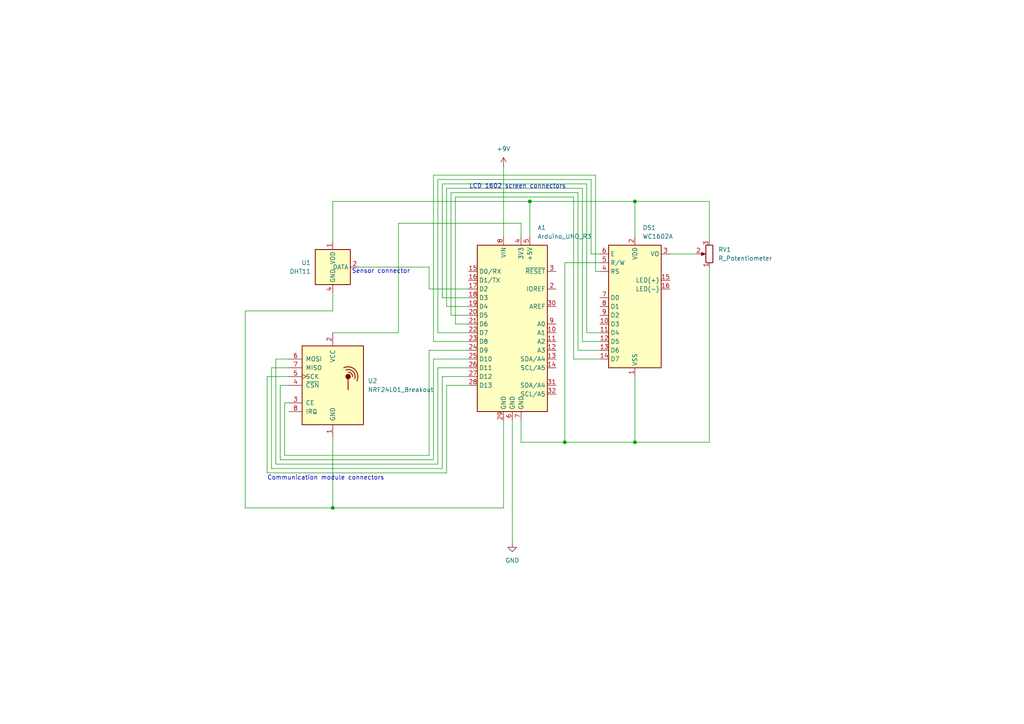
<source format=kicad_sch>
(kicad_sch (version 20231120) (generator "eeschema") (generator_version "8.0")
  (paper "A4")
  (lib_symbols
    (symbol "Device:R_Potentiometer" (pin_names (offset 1.016) hide)
      (property "Reference" "RV" (at -4.445 0 90))
      (property "Value" "R_Potentiometer" (at -2.54 0 90))
      (symbol "R_Potentiometer_0_1"
        (polyline (pts (xy 2.54 0) (xy 1.524 0)))
        (polyline (pts (xy 1.143 0) (xy 2.286 0.508) (xy 2.286 -0.508) (xy 1.143 0)) (fill (type outline)))
        (rectangle (start 1.016 2.54) (end -1.016 -2.54) (stroke (width 0.254)))
      )
      (symbol "R_Potentiometer_1_1"
        (pin passive line (at 0 3.81 270) (length 1.27) (name "1") (number "1"))
        (pin passive line (at 3.81 0 180) (length 1.27) (name "2") (number "2"))
        (pin passive line (at 0 -3.81 90) (length 1.27) (name "3") (number "3"))
      )
    )
    (symbol "Display_Character:WC1602A"
      (property "Reference" "DS" (at -5.842 19.05 0))
      (property "Value" "WC1602A" (at 5.334 19.05 0))
      (symbol "WC1602A_1_1"
        (rectangle (start -7.62 17.78) (end 7.62 -17.78) (stroke (width 0.254)) (fill (type background)))
        (pin power_in line (at 0 -20.32 90) (length 2.54) (name "VSS") (number "1"))
        (pin input line (at -10.16 -5.08 0) (length 2.54) (name "D3") (number "10"))
        (pin input line (at -10.16 -7.62 0) (length 2.54) (name "D4") (number "11"))
        (pin input line (at -10.16 -10.16 0) (length 2.54) (name "D5") (number "12"))
        (pin input line (at -10.16 -12.7 0) (length 2.54) (name "D6") (number "13"))
        (pin input line (at -10.16 -15.24 0) (length 2.54) (name "D7") (number "14"))
        (pin power_in line (at 10.16 7.62 180) (length 2.54) (name "LED(+)") (number "15"))
        (pin power_in line (at 10.16 5.08 180) (length 2.54) (name "LED(-)") (number "16"))
        (pin power_in line (at 0 20.32 270) (length 2.54) (name "VDD") (number "2"))
        (pin input line (at 10.16 15.24 180) (length 2.54) (name "VO") (number "3"))
        (pin input line (at -10.16 10.16 0) (length 2.54) (name "RS") (number "4"))
        (pin input line (at -10.16 12.7 0) (length 2.54) (name "R/W") (number "5"))
        (pin input line (at -10.16 15.24 0) (length 2.54) (name "E") (number "6"))
        (pin input line (at -10.16 2.54 0) (length 2.54) (name "D0") (number "7"))
        (pin input line (at -10.16 0 0) (length 2.54) (name "D1") (number "8"))
        (pin input line (at -10.16 -2.54 0) (length 2.54) (name "D2") (number "9"))
      )
    )
    (symbol "MCU_Module:Arduino_UNO_R3"
      (property "Reference" "A" (at -10.16 23.495 0))
      (property "Value" "Arduino_UNO_R3" (at 5.08 -26.67 0))
      (symbol "Arduino_UNO_R3_0_1"
        (rectangle (start -10.16 22.86) (end 10.16 -25.4) (stroke (width 0.254)) (fill (type background)))
      )
      (symbol "Arduino_UNO_R3_1_1"
        (pin no_connect line (at -10.16 -20.32 0) (length 2.54) hide (name "NC") (number "1"))
        (pin bidirectional line (at 12.7 -2.54 180) (length 2.54) (name "A1") (number "10"))
        (pin bidirectional line (at 12.7 -5.08 180) (length 2.54) (name "A2") (number "11"))
        (pin bidirectional line (at 12.7 -7.62 180) (length 2.54) (name "A3") (number "12"))
        (pin bidirectional line (at 12.7 -10.16 180) (length 2.54) (name "SDA/A4") (number "13"))
        (pin bidirectional line (at 12.7 -12.7 180) (length 2.54) (name "SCL/A5") (number "14"))
        (pin bidirectional line (at -12.7 15.24 0) (length 2.54) (name "D0/RX") (number "15"))
        (pin bidirectional line (at -12.7 12.7 0) (length 2.54) (name "D1/TX") (number "16"))
        (pin bidirectional line (at -12.7 10.16 0) (length 2.54) (name "D2") (number "17"))
        (pin bidirectional line (at -12.7 7.62 0) (length 2.54) (name "D3") (number "18"))
        (pin bidirectional line (at -12.7 5.08 0) (length 2.54) (name "D4") (number "19"))
        (pin output line (at 12.7 10.16 180) (length 2.54) (name "IOREF") (number "2"))
        (pin bidirectional line (at -12.7 2.54 0) (length 2.54) (name "D5") (number "20"))
        (pin bidirectional line (at -12.7 0 0) (length 2.54) (name "D6") (number "21"))
        (pin bidirectional line (at -12.7 -2.54 0) (length 2.54) (name "D7") (number "22"))
        (pin bidirectional line (at -12.7 -5.08 0) (length 2.54) (name "D8") (number "23"))
        (pin bidirectional line (at -12.7 -7.62 0) (length 2.54) (name "D9") (number "24"))
        (pin bidirectional line (at -12.7 -10.16 0) (length 2.54) (name "D10") (number "25"))
        (pin bidirectional line (at -12.7 -12.7 0) (length 2.54) (name "D11") (number "26"))
        (pin bidirectional line (at -12.7 -15.24 0) (length 2.54) (name "D12") (number "27"))
        (pin bidirectional line (at -12.7 -17.78 0) (length 2.54) (name "D13") (number "28"))
        (pin power_in line (at -2.54 -27.94 90) (length 2.54) (name "GND") (number "29"))
        (pin input line (at 12.7 15.24 180) (length 2.54) (name "~{RESET}") (number "3"))
        (pin input line (at 12.7 5.08 180) (length 2.54) (name "AREF") (number "30"))
        (pin bidirectional line (at 12.7 -17.78 180) (length 2.54) (name "SDA/A4") (number "31"))
        (pin bidirectional line (at 12.7 -20.32 180) (length 2.54) (name "SCL/A5") (number "32"))
        (pin power_out line (at 2.54 25.4 270) (length 2.54) (name "3V3") (number "4"))
        (pin power_out line (at 5.08 25.4 270) (length 2.54) (name "+5V") (number "5"))
        (pin power_in line (at 0 -27.94 90) (length 2.54) (name "GND") (number "6"))
        (pin power_in line (at 2.54 -27.94 90) (length 2.54) (name "GND") (number "7"))
        (pin power_in line (at -2.54 25.4 270) (length 2.54) (name "VIN") (number "8"))
        (pin bidirectional line (at 12.7 0 180) (length 2.54) (name "A0") (number "9"))
      )
    )
    (symbol "RF:NRF24L01_Breakout" (pin_names (offset 1.016))
      (property "Reference" "U" (at -8.89 12.7 0))
      (property "Value" "NRF24L01_Breakout" (at 3.81 12.7 0))
      (symbol "NRF24L01_Breakout_0_1"
        (rectangle (start -8.89 11.43) (end 8.89 -11.43) (stroke (width 0.254)) (fill (type background)))
        (polyline (pts (xy 4.445 1.905) (xy 4.445 -1.27)) (stroke (width 0.254)))
        (circle (center 4.445 2.54) (radius 0.635) (stroke (width 0.254)) (fill (type outline)))
        (arc (start 5.715 2.54) (mid 5.3521 3.4546) (end 4.445 3.81) (stroke (width 0.254)))
        (arc (start 6.35 1.905) (mid 5.8763 3.9854) (end 3.81 4.445) (stroke (width 0.254)))
        (arc (start 6.985 1.27) (mid 6.453 4.548) (end 3.175 5.08) (stroke (width 0.254)))
      )
      (symbol "NRF24L01_Breakout_1_1"
        (pin power_in line (at 0 -15.24 90) (length 3.81) (name "GND") (number "1"))
        (pin power_in line (at 0 15.24 270) (length 3.81) (name "VCC") (number "2"))
        (pin input line (at -12.7 -5.08 0) (length 3.81) (name "CE") (number "3"))
        (pin input line (at -12.7 0 0) (length 3.81) (name "~{CSN}") (number "4"))
        (pin input clock (at -12.7 2.54 0) (length 3.81) (name "SCK") (number "5"))
        (pin input line (at -12.7 7.62 0) (length 3.81) (name "MOSI") (number "6"))
        (pin output line (at -12.7 5.08 0) (length 3.81) (name "MISO") (number "7"))
        (pin output line (at -12.7 -7.62 0) (length 3.81) (name "IRQ") (number "8"))
      )
    )
    (symbol "Sensor:DHT11"
      (property "Reference" "U" (at -3.81 6.35 0))
      (property "Value" "DHT11" (at 3.81 6.35 0))
      (symbol "DHT11_0_1"
        (rectangle (start -5.08 5.08) (end 5.08 -5.08) (stroke (width 0.254)) (fill (type background)))
      )
      (symbol "DHT11_1_1"
        (pin power_in line (at 0 7.62 270) (length 2.54) (name "VDD") (number "1"))
        (pin bidirectional line (at 7.62 0 180) (length 2.54) (name "DATA") (number "2"))
        (pin no_connect line (at -5.08 0 0) (length 2.54) hide (name "NC") (number "3"))
        (pin power_in line (at 0 -7.62 90) (length 2.54) (name "GND") (number "4"))
      )
    )
    (symbol "power:+9V" (power) (pin_numbers hide) (pin_names (offset 0) hide)
      (property "Value" "+9V" (at 0 3.556 0))
      (symbol "+9V_0_1"
        (polyline (pts (xy -0.762 1.27) (xy 0 2.54)))
        (polyline (pts (xy 0 0) (xy 0 2.54)))
        (polyline (pts (xy 0 2.54) (xy 0.762 1.27)))
      )
      (symbol "+9V_1_1"
        (pin power_in line (at 0 0 90) (length 0) (name "~") (number "1"))
      )
    )
    (symbol "power:GND" (power) (pin_numbers hide) (pin_names (offset 0) hide)
      (property "Value" "GND" (at 0 -3.81 0))
      (symbol "GND_0_1"
        (polyline (pts (xy 0 0) (xy 0 -1.27) (xy 1.27 -1.27) (xy 0 -2.54) (xy -1.27 -1.27) (xy 0 -1.27)))
      )
      (symbol "GND_1_1"
        (pin power_in line (at 0 0 270) (length 0) (name "~") (number "1"))
      )
    )
  )
  (junction (at 163.83 128.27))
  (junction (at 184.15 128.27))
  (junction (at 184.15 58.42))
  (junction (at 96.52 147.32))
  (junction (at 153.67 58.42))
  (wire (pts (xy 96.52 96.52) (xy 115.57 96.52)))
  (wire (pts (xy 148.59 121.92) (xy 148.59 157.48)))
  (wire (pts (xy 96.52 85.09) (xy 96.52 90.17)))
  (wire (pts (xy 125.73 104.14) (xy 135.89 104.14)))
  (wire (pts (xy 83.82 109.22) (xy 77.47 109.22)))
  (wire (pts (xy 173.99 73.66) (xy 171.45 73.66)))
  (wire (pts (xy 125.73 99.06) (xy 135.89 99.06)))
  (wire (pts (xy 170.18 53.34) (xy 128.27 53.34)))
  (wire (pts (xy 168.91 54.61) (xy 129.54 54.61)))
  (wire (pts (xy 82.55 132.08) (xy 124.46 132.08)))
  (wire (pts (xy 83.82 116.84) (xy 82.55 116.84)))
  (wire (pts (xy 151.13 64.77) (xy 151.13 68.58)))
  (wire (pts (xy 125.73 50.8) (xy 125.73 99.06)))
  (wire (pts (xy 129.54 137.16) (xy 129.54 111.76)))
  (wire (pts (xy 146.05 48.26) (xy 146.05 68.58)))
  (wire (pts (xy 115.57 96.52) (xy 115.57 64.77)))
  (wire (pts (xy 173.99 104.14) (xy 166.37 104.14)))
  (wire (pts (xy 83.82 106.68) (xy 78.74 106.68)))
  (wire (pts (xy 81.28 133.35) (xy 125.73 133.35)))
  (wire (pts (xy 78.74 106.68) (xy 78.74 135.89)))
  (wire (pts (xy 205.74 69.85) (xy 205.74 58.42)))
  (wire (pts (xy 130.81 55.88) (xy 130.81 91.44)))
  (wire (pts (xy 96.52 147.32) (xy 146.05 147.32)))
  (wire (pts (xy 166.37 104.14) (xy 166.37 57.15)))
  (wire (pts (xy 163.83 76.2) (xy 163.83 128.27)))
  (wire (pts (xy 128.27 86.36) (xy 135.89 86.36)))
  (wire (pts (xy 124.46 101.6) (xy 135.89 101.6)))
  (wire (pts (xy 129.54 88.9) (xy 135.89 88.9)))
  (wire (pts (xy 96.52 58.42) (xy 153.67 58.42)))
  (wire (pts (xy 127 134.62) (xy 127 106.68)))
  (wire (pts (xy 167.64 55.88) (xy 130.81 55.88)))
  (wire (pts (xy 124.46 77.47) (xy 124.46 83.82)))
  (wire (pts (xy 173.99 78.74) (xy 172.72 78.74)))
  (wire (pts (xy 71.12 90.17) (xy 71.12 147.32)))
  (wire (pts (xy 184.15 128.27) (xy 205.74 128.27)))
  (wire (pts (xy 170.18 96.52) (xy 173.99 96.52)))
  (wire (pts (xy 172.72 50.8) (xy 125.73 50.8)))
  (wire (pts (xy 172.72 78.74) (xy 172.72 50.8)))
  (wire (pts (xy 194.31 73.66) (xy 201.93 73.66)))
  (wire (pts (xy 132.08 93.98) (xy 135.89 93.98)))
  (wire (pts (xy 167.64 101.6) (xy 167.64 55.88)))
  (wire (pts (xy 78.74 135.89) (xy 128.27 135.89)))
  (wire (pts (xy 173.99 76.2) (xy 163.83 76.2)))
  (wire (pts (xy 127 96.52) (xy 135.89 96.52)))
  (wire (pts (xy 130.81 91.44) (xy 135.89 91.44)))
  (wire (pts (xy 129.54 54.61) (xy 129.54 88.9)))
  (wire (pts (xy 115.57 64.77) (xy 151.13 64.77)))
  (wire (pts (xy 124.46 83.82) (xy 135.89 83.82)))
  (wire (pts (xy 168.91 99.06) (xy 168.91 54.61)))
  (wire (pts (xy 104.14 77.47) (xy 124.46 77.47)))
  (wire (pts (xy 128.27 53.34) (xy 128.27 86.36)))
  (wire (pts (xy 96.52 69.85) (xy 96.52 58.42)))
  (wire (pts (xy 83.82 104.14) (xy 80.01 104.14)))
  (wire (pts (xy 96.52 90.17) (xy 71.12 90.17)))
  (wire (pts (xy 173.99 101.6) (xy 167.64 101.6)))
  (wire (pts (xy 184.15 128.27) (xy 163.83 128.27)))
  (wire (pts (xy 128.27 109.22) (xy 135.89 109.22)))
  (wire (pts (xy 151.13 128.27) (xy 151.13 121.92)))
  (wire (pts (xy 127 106.68) (xy 135.89 106.68)))
  (wire (pts (xy 166.37 57.15) (xy 132.08 57.15)))
  (wire (pts (xy 82.55 116.84) (xy 82.55 132.08)))
  (wire (pts (xy 146.05 147.32) (xy 146.05 121.92)))
  (wire (pts (xy 80.01 104.14) (xy 80.01 134.62)))
  (wire (pts (xy 127 52.07) (xy 127 96.52)))
  (wire (pts (xy 184.15 109.22) (xy 184.15 128.27)))
  (wire (pts (xy 184.15 68.58) (xy 184.15 58.42)))
  (wire (pts (xy 171.45 73.66) (xy 171.45 52.07)))
  (wire (pts (xy 71.12 147.32) (xy 96.52 147.32)))
  (wire (pts (xy 205.74 77.47) (xy 205.74 128.27)))
  (wire (pts (xy 128.27 135.89) (xy 128.27 109.22)))
  (wire (pts (xy 184.15 58.42) (xy 205.74 58.42)))
  (wire (pts (xy 170.18 96.52) (xy 170.18 53.34)))
  (wire (pts (xy 184.15 58.42) (xy 153.67 58.42)))
  (wire (pts (xy 129.54 111.76) (xy 135.89 111.76)))
  (wire (pts (xy 163.83 128.27) (xy 151.13 128.27)))
  (wire (pts (xy 77.47 137.16) (xy 129.54 137.16)))
  (wire (pts (xy 124.46 132.08) (xy 124.46 101.6)))
  (wire (pts (xy 173.99 99.06) (xy 168.91 99.06)))
  (wire (pts (xy 80.01 134.62) (xy 127 134.62)))
  (wire (pts (xy 81.28 111.76) (xy 81.28 133.35)))
  (wire (pts (xy 83.82 111.76) (xy 81.28 111.76)))
  (wire (pts (xy 77.47 109.22) (xy 77.47 137.16)))
  (wire (pts (xy 96.52 127) (xy 96.52 147.32)))
  (wire (pts (xy 125.73 133.35) (xy 125.73 104.14)))
  (wire (pts (xy 153.67 58.42) (xy 153.67 68.58)))
  (wire (pts (xy 132.08 57.15) (xy 132.08 93.98)))
  (wire (pts (xy 171.45 52.07) (xy 127 52.07)))
  (text "LCD 1602 screen connectors" (at 150.114 54.102 0) (effects (font (size 1.27 1.27))))
  (text "Communication module connectors" (at 94.488 138.684 0) (effects (font (size 1.27 1.27))))
  (text "Sensor connector" (at 110.49 78.74 0) (effects (font (size 1.27 1.27))))
  (symbol (lib_id "Sensor:DHT11") (at 96.52 77.47 0) (unit 1)
    (property "Reference" "U1" (at 90.17 76.1999 0) (effects (justify right)))
    (property "Value" "DHT11" (at 90.17 78.7399 0) (effects (justify right)))
    (property "Footprint" "Sensor:Aosong_DHT11_5.5x12.0_P2.54mm" (effects (hide yes)))
    (property "Datasheet" "http://akizukidenshi.com/download/ds/aosong/DHT11.pdf" (effects (hide yes)))
    (property "Description" "3.3V to 5.5V, temperature and humidity module, DHT11" (effects (hide yes)))
  )
  (symbol (lib_id "power:+9V") (at 146.05 48.26 0) (unit 1)
    (property "Reference" "#PWR01" (effects (hide yes)))
    (property "Value" "+9V" (at 146.05 43.18 0))
    (property "Description" "Power symbol creates a global label with name \"+9V\"" (effects (hide yes)))
  )
  (symbol (lib_id "power:GND") (at 148.59 157.48 0) (unit 1)
    (property "Reference" "#PWR02" (effects (hide yes)))
    (property "Value" "GND" (at 148.59 162.56 0))
    (property "Description" "Power symbol creates a global label with name \"GND\" , ground" (effects (hide yes)))
  )
  (symbol (lib_id "RF:NRF24L01_Breakout") (at 96.52 111.76 0) (unit 1)
    (property "Reference" "U2" (at 106.68 110.4899 0) (effects (justify left)))
    (property "Value" "NRF24L01_Breakout" (at 106.68 113.0299 0) (effects (justify left)))
    (property "Footprint" "RF_Module:nRF24L01_Breakout" (effects (hide yes)))
    (property "Datasheet" "http://www.nordicsemi.com/eng/content/download/2730/34105/file/nRF24L01_Product_Specification_v2_0.pdf" (effects (hide yes)))
    (property "Description" "Ultra low power 2.4GHz RF Transceiver, Carrier PCB" (effects (hide yes)))
  )
  (symbol (lib_id "Display_Character:WC1602A") (at 184.15 88.9 0) (unit 1)
    (property "Reference" "DS1" (at 186.3441 66.04 0) (effects (justify left)))
    (property "Value" "WC1602A" (at 186.3441 68.58 0) (effects (justify left)))
    (property "Footprint" "Display:WC1602A" (effects (hide yes)))
    (property "Datasheet" "http://www.wincomlcd.com/pdf/WC1602A-SFYLYHTC06.pdf" (effects (hide yes)))
    (property "Description" "LCD 16x2 Alphanumeric , 8 bit parallel bus, 5V VDD" (effects (hide yes)))
  )
  (symbol (lib_id "MCU_Module:Arduino_UNO_R3") (at 148.59 93.98 0) (unit 1)
    (property "Reference" "A1" (at 155.8641 66.04 0) (effects (justify left)))
    (property "Value" "Arduino_UNO_R3" (at 155.8641 68.58 0) (effects (justify left)))
    (property "Footprint" "Module:Arduino_UNO_R3" (effects (hide yes)))
    (property "Datasheet" "https://www.arduino.cc/en/Main/arduinoBoardUno" (effects (hide yes)))
    (property "Description" "Arduino UNO Microcontroller Module, release 3" (effects (hide yes)))
  )
  (symbol (lib_id "Device:R_Potentiometer") (at 205.74 73.66 180) (unit 1)
    (property "Reference" "RV1" (at 208.28 72.3899 0) (effects (justify right)))
    (property "Value" "R_Potentiometer" (at 208.28 74.9299 0) (effects (justify right)))
    (property "Description" "Potentiometer" (effects (hide yes)))
  )
)
</source>
